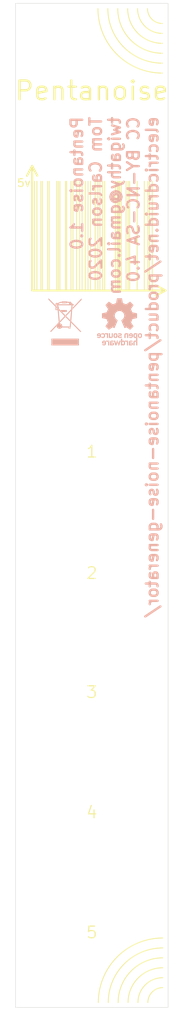
<source format=kicad_pcb>
(kicad_pcb (version 20171130) (host pcbnew "(5.1.4)-1")

  (general
    (thickness 1.6)
    (drawings 62)
    (tracks 0)
    (zones 0)
    (modules 9)
    (nets 1)
  )

  (page A4)
  (layers
    (0 F.Cu signal)
    (31 B.Cu signal)
    (32 B.Adhes user)
    (33 F.Adhes user)
    (34 B.Paste user)
    (35 F.Paste user)
    (36 B.SilkS user)
    (37 F.SilkS user)
    (38 B.Mask user)
    (39 F.Mask user)
    (40 Dwgs.User user)
    (41 Cmts.User user)
    (42 Eco1.User user)
    (43 Eco2.User user)
    (44 Edge.Cuts user)
    (45 Margin user)
    (46 B.CrtYd user)
    (47 F.CrtYd user)
    (48 B.Fab user)
    (49 F.Fab user)
  )

  (setup
    (last_trace_width 0.25)
    (trace_clearance 0.2)
    (zone_clearance 0.508)
    (zone_45_only no)
    (trace_min 0.2)
    (via_size 0.8)
    (via_drill 0.4)
    (via_min_size 0.4)
    (via_min_drill 0.3)
    (uvia_size 0.3)
    (uvia_drill 0.1)
    (uvias_allowed no)
    (uvia_min_size 0.2)
    (uvia_min_drill 0.1)
    (edge_width 0.05)
    (segment_width 0.2)
    (pcb_text_width 0.3)
    (pcb_text_size 1.5 1.5)
    (mod_edge_width 0.12)
    (mod_text_size 1 1)
    (mod_text_width 0.15)
    (pad_size 1.524 1.524)
    (pad_drill 0.762)
    (pad_to_mask_clearance 0.051)
    (solder_mask_min_width 0.25)
    (aux_axis_origin 0 0)
    (visible_elements 7FFFFFFF)
    (pcbplotparams
      (layerselection 0x010fc_ffffffff)
      (usegerberextensions false)
      (usegerberattributes false)
      (usegerberadvancedattributes false)
      (creategerberjobfile false)
      (excludeedgelayer true)
      (linewidth 0.100000)
      (plotframeref false)
      (viasonmask false)
      (mode 1)
      (useauxorigin false)
      (hpglpennumber 1)
      (hpglpenspeed 20)
      (hpglpendiameter 15.000000)
      (psnegative false)
      (psa4output false)
      (plotreference true)
      (plotvalue true)
      (plotinvisibletext false)
      (padsonsilk false)
      (subtractmaskfromsilk false)
      (outputformat 1)
      (mirror false)
      (drillshape 1)
      (scaleselection 1)
      (outputdirectory ""))
  )

  (net 0 "")

  (net_class Default "This is the default net class."
    (clearance 0.2)
    (trace_width 0.25)
    (via_dia 0.8)
    (via_drill 0.4)
    (uvia_dia 0.3)
    (uvia_drill 0.1)
  )

  (net_class Power ""
    (clearance 0.2)
    (trace_width 0.5)
    (via_dia 0.8)
    (via_drill 0.4)
    (uvia_dia 0.3)
    (uvia_drill 0.1)
  )

  (module Symbol:WEEE-Logo_4.2x6mm_SilkScreen (layer B.Cu) (tedit 0) (tstamp 601FEA8D)
    (at 140.589 73.66 180)
    (descr "Waste Electrical and Electronic Equipment Directive")
    (tags "Logo WEEE")
    (path /60041A75)
    (attr virtual)
    (fp_text reference J26 (at 0 0) (layer B.SilkS) hide
      (effects (font (size 1 1) (thickness 0.15)) (justify mirror))
    )
    (fp_text value WEEE (at 0.75 0) (layer B.Fab) hide
      (effects (font (size 1 1) (thickness 0.15)) (justify mirror))
    )
    (fp_poly (pts (xy 1.747822 -3.017822) (xy -1.772971 -3.017822) (xy -1.772971 -2.150198) (xy 1.747822 -2.150198)
      (xy 1.747822 -3.017822)) (layer B.SilkS) (width 0.01))
    (fp_poly (pts (xy 2.12443 2.935152) (xy 2.123811 2.848069) (xy 1.672086 2.389109) (xy 1.220361 1.930148)
      (xy 1.220032 1.719529) (xy 1.219703 1.508911) (xy 0.94461 1.508911) (xy 0.937522 1.45547)
      (xy 0.934838 1.431112) (xy 0.930313 1.385241) (xy 0.924191 1.320595) (xy 0.916712 1.239909)
      (xy 0.908119 1.145919) (xy 0.898654 1.041363) (xy 0.888558 0.928975) (xy 0.878074 0.811493)
      (xy 0.867444 0.691652) (xy 0.856909 0.572189) (xy 0.846713 0.455841) (xy 0.837095 0.345343)
      (xy 0.8283 0.243431) (xy 0.820568 0.152842) (xy 0.814142 0.076313) (xy 0.809263 0.016579)
      (xy 0.806175 -0.023624) (xy 0.805117 -0.041559) (xy 0.805118 -0.041644) (xy 0.812827 -0.056035)
      (xy 0.835981 -0.085748) (xy 0.874895 -0.131131) (xy 0.929884 -0.192529) (xy 1.001264 -0.270288)
      (xy 1.089349 -0.364754) (xy 1.194454 -0.476272) (xy 1.316895 -0.605188) (xy 1.35131 -0.641287)
      (xy 1.897137 -1.213416) (xy 1.808881 -1.301436) (xy 1.737485 -1.223758) (xy 1.711366 -1.195686)
      (xy 1.670566 -1.152274) (xy 1.617777 -1.096366) (xy 1.555691 -1.030808) (xy 1.487 -0.958441)
      (xy 1.414396 -0.882112) (xy 1.37096 -0.836524) (xy 1.289416 -0.751119) (xy 1.223504 -0.68271)
      (xy 1.171544 -0.630053) (xy 1.131855 -0.591905) (xy 1.102757 -0.56702) (xy 1.082569 -0.554156)
      (xy 1.06961 -0.552068) (xy 1.0622 -0.559513) (xy 1.058658 -0.575246) (xy 1.057303 -0.598023)
      (xy 1.057121 -0.604239) (xy 1.047703 -0.647061) (xy 1.024497 -0.698819) (xy 0.992136 -0.751328)
      (xy 0.955252 -0.796403) (xy 0.940493 -0.810328) (xy 0.864767 -0.859047) (xy 0.776308 -0.886306)
      (xy 0.6981 -0.892773) (xy 0.609468 -0.880576) (xy 0.527612 -0.844813) (xy 0.455164 -0.786722)
      (xy 0.441797 -0.772262) (xy 0.392918 -0.716733) (xy -0.452674 -0.716733) (xy -0.452674 -0.892773)
      (xy -0.67901 -0.892773) (xy -0.67901 -0.810531) (xy -0.68185 -0.754386) (xy -0.691393 -0.715416)
      (xy -0.702991 -0.694219) (xy -0.711277 -0.679052) (xy -0.718373 -0.657062) (xy -0.724748 -0.624987)
      (xy -0.730872 -0.579569) (xy -0.737216 -0.517548) (xy -0.74425 -0.435662) (xy -0.749066 -0.374746)
      (xy -0.771161 -0.089343) (xy -1.313565 -0.638805) (xy -1.411637 -0.738228) (xy -1.505784 -0.833815)
      (xy -1.594285 -0.92381) (xy -1.67542 -1.006457) (xy -1.747469 -1.080001) (xy -1.808712 -1.142684)
      (xy -1.857427 -1.192752) (xy -1.891896 -1.228448) (xy -1.910379 -1.247995) (xy -1.940743 -1.278944)
      (xy -1.966071 -1.30053) (xy -1.979695 -1.307723) (xy -1.997095 -1.299297) (xy -2.02246 -1.278245)
      (xy -2.031058 -1.269671) (xy -2.067514 -1.23162) (xy -1.866802 -1.027658) (xy -1.815596 -0.975699)
      (xy -1.749569 -0.90882) (xy -1.671618 -0.82995) (xy -1.584638 -0.742014) (xy -1.491526 -0.647941)
      (xy -1.395179 -0.550658) (xy -1.298492 -0.453093) (xy -1.229134 -0.383145) (xy -1.123703 -0.27655)
      (xy -1.035129 -0.186307) (xy -0.962281 -0.111192) (xy -0.904023 -0.049986) (xy -0.859225 -0.001466)
      (xy -0.837021 0.023871) (xy -0.658724 0.023871) (xy -0.636401 -0.261555) (xy -0.629669 -0.345219)
      (xy -0.623157 -0.421727) (xy -0.617234 -0.487081) (xy -0.612268 -0.537281) (xy -0.608629 -0.568329)
      (xy -0.607458 -0.575273) (xy -0.600838 -0.603565) (xy 0.348636 -0.603565) (xy 0.354974 -0.524606)
      (xy 0.37411 -0.431315) (xy 0.414154 -0.348791) (xy 0.472582 -0.280038) (xy 0.546871 -0.228063)
      (xy 0.630252 -0.196863) (xy 0.657302 -0.182228) (xy 0.670844 -0.150819) (xy 0.671128 -0.149434)
      (xy 0.672753 -0.136174) (xy 0.670744 -0.122595) (xy 0.663142 -0.106181) (xy 0.647984 -0.084411)
      (xy 0.623312 -0.054767) (xy 0.587164 -0.014732) (xy 0.53758 0.038215) (xy 0.472599 0.106591)
      (xy 0.468401 0.110995) (xy 0.398507 0.184389) (xy 0.3242 0.262563) (xy 0.250586 0.340136)
      (xy 0.182771 0.411725) (xy 0.12586 0.471949) (xy 0.113168 0.485413) (xy 0.064513 0.53618)
      (xy 0.021291 0.579625) (xy -0.013395 0.612759) (xy -0.036444 0.632595) (xy -0.044182 0.636954)
      (xy -0.055722 0.62783) (xy -0.08271 0.6028) (xy -0.123021 0.563948) (xy -0.174529 0.513357)
      (xy -0.235109 0.453112) (xy -0.302636 0.385296) (xy -0.357826 0.329435) (xy -0.658724 0.023871)
      (xy -0.837021 0.023871) (xy -0.826751 0.035589) (xy -0.805471 0.062401) (xy -0.794251 0.080192)
      (xy -0.791754 0.08843) (xy -0.7927 0.10641) (xy -0.795573 0.147108) (xy -0.800187 0.208181)
      (xy -0.806358 0.287287) (xy -0.813898 0.382086) (xy -0.822621 0.490233) (xy -0.832343 0.609388)
      (xy -0.842876 0.737209) (xy -0.851365 0.839365) (xy -0.899396 1.415326) (xy -0.775805 1.415326)
      (xy -0.775273 1.402896) (xy -0.772769 1.36789) (xy -0.768496 1.312785) (xy -0.762653 1.240057)
      (xy -0.755443 1.152186) (xy -0.747066 1.051649) (xy -0.737723 0.940923) (xy -0.728758 0.835795)
      (xy -0.718602 0.716517) (xy -0.709142 0.60392) (xy -0.700596 0.500695) (xy -0.693179 0.409527)
      (xy -0.687108 0.333105) (xy -0.682601 0.274117) (xy -0.679873 0.235251) (xy -0.679116 0.220156)
      (xy -0.677935 0.210762) (xy -0.673256 0.207034) (xy -0.663276 0.210529) (xy -0.64619 0.222801)
      (xy -0.620196 0.245406) (xy -0.58349 0.2799) (xy -0.534267 0.327838) (xy -0.470726 0.390776)
      (xy -0.403305 0.458032) (xy -0.127601 0.733523) (xy -0.129533 0.735594) (xy 0.05271 0.735594)
      (xy 0.061016 0.72422) (xy 0.084267 0.697437) (xy 0.120135 0.657708) (xy 0.166287 0.607493)
      (xy 0.220394 0.549254) (xy 0.280126 0.485453) (xy 0.343152 0.418551) (xy 0.407142 0.35101)
      (xy 0.469764 0.28529) (xy 0.52869 0.223854) (xy 0.581588 0.169163) (xy 0.626128 0.123678)
      (xy 0.65998 0.089862) (xy 0.680812 0.070174) (xy 0.686494 0.066163) (xy 0.688366 0.079109)
      (xy 0.692254 0.114866) (xy 0.697943 0.171196) (xy 0.705219 0.24586) (xy 0.713869 0.33662)
      (xy 0.723678 0.441238) (xy 0.734434 0.557474) (xy 0.745921 0.683092) (xy 0.755093 0.784382)
      (xy 0.766826 0.915721) (xy 0.777665 1.039448) (xy 0.78743 1.153319) (xy 0.795937 1.255089)
      (xy 0.803005 1.342513) (xy 0.808451 1.413347) (xy 0.812092 1.465347) (xy 0.813747 1.496268)
      (xy 0.813558 1.504297) (xy 0.803666 1.497146) (xy 0.778476 1.474159) (xy 0.74019 1.437561)
      (xy 0.691011 1.389578) (xy 0.633139 1.332434) (xy 0.568778 1.268353) (xy 0.500129 1.199562)
      (xy 0.429395 1.128284) (xy 0.358778 1.056745) (xy 0.29048 0.98717) (xy 0.226704 0.921783)
      (xy 0.16965 0.862809) (xy 0.121522 0.812473) (xy 0.084522 0.773001) (xy 0.060852 0.746617)
      (xy 0.05271 0.735594) (xy -0.129533 0.735594) (xy -0.230409 0.843705) (xy -0.282768 0.899623)
      (xy -0.341535 0.962052) (xy -0.404385 1.028557) (xy -0.468995 1.096702) (xy -0.533042 1.164052)
      (xy -0.594203 1.228172) (xy -0.650153 1.286628) (xy -0.69857 1.336982) (xy -0.73713 1.376802)
      (xy -0.763509 1.40365) (xy -0.775384 1.415092) (xy -0.775805 1.415326) (xy -0.899396 1.415326)
      (xy -0.911401 1.559274) (xy -1.511938 2.190842) (xy -2.112475 2.822411) (xy -2.112034 2.910685)
      (xy -2.111592 2.99896) (xy -2.014583 2.895334) (xy -1.960291 2.837537) (xy -1.896192 2.769632)
      (xy -1.824016 2.693428) (xy -1.745492 2.610731) (xy -1.662349 2.523347) (xy -1.576319 2.433085)
      (xy -1.48913 2.34175) (xy -1.402513 2.251151) (xy -1.318197 2.163093) (xy -1.237912 2.079385)
      (xy -1.163387 2.001833) (xy -1.096354 1.932243) (xy -1.038541 1.872424) (xy -0.991679 1.824182)
      (xy -0.957496 1.789324) (xy -0.937724 1.769657) (xy -0.93339 1.765884) (xy -0.933092 1.779008)
      (xy -0.934731 1.812611) (xy -0.938023 1.86212) (xy -0.942682 1.922963) (xy -0.944682 1.947268)
      (xy -0.959577 2.125049) (xy -0.842955 2.125049) (xy -0.836934 2.096757) (xy -0.833863 2.074382)
      (xy -0.829548 2.032283) (xy -0.824488 1.975822) (xy -0.819181 1.910365) (xy -0.817344 1.886138)
      (xy -0.811927 1.816579) (xy -0.806459 1.751982) (xy -0.801488 1.698452) (xy -0.797561 1.66209)
      (xy -0.796675 1.655491) (xy -0.793334 1.641944) (xy -0.786101 1.626086) (xy -0.77344 1.606139)
      (xy -0.753811 1.580327) (xy -0.725678 1.546871) (xy -0.687502 1.503993) (xy -0.637746 1.449917)
      (xy -0.574871 1.382864) (xy -0.497341 1.301057) (xy -0.418251 1.21805) (xy -0.339564 1.135906)
      (xy -0.266112 1.059831) (xy -0.199724 0.991675) (xy -0.142227 0.933288) (xy -0.095451 0.886519)
      (xy -0.061224 0.853218) (xy -0.041373 0.835233) (xy -0.03714 0.832558) (xy -0.026003 0.842259)
      (xy 0.000029 0.867559) (xy 0.03843 0.905918) (xy 0.086672 0.9548) (xy 0.14223 1.011666)
      (xy 0.182408 1.053094) (xy 0.392169 1.27) (xy -0.226337 1.27) (xy -0.226337 1.508911)
      (xy 0.528119 1.508911) (xy 0.528119 1.402458) (xy 0.666435 1.540346) (xy 0.764553 1.63816)
      (xy 0.955643 1.63816) (xy 0.957471 1.62273) (xy 0.966723 1.614133) (xy 0.98905 1.610387)
      (xy 1.030105 1.609511) (xy 1.037376 1.609505) (xy 1.119109 1.609505) (xy 1.119109 1.828828)
      (xy 1.037376 1.747821) (xy 0.99127 1.698572) (xy 0.963694 1.660841) (xy 0.955643 1.63816)
      (xy 0.764553 1.63816) (xy 0.804752 1.678234) (xy 0.804752 1.801048) (xy 0.805137 1.85755)
      (xy 0.8069 1.893495) (xy 0.81095 1.91347) (xy 0.818199 1.922063) (xy 0.82913 1.923861)
      (xy 0.841288 1.926502) (xy 0.850273 1.937088) (xy 0.857174 1.959619) (xy 0.863076 1.998091)
      (xy 0.869065 2.056502) (xy 0.870987 2.077896) (xy 0.875148 2.125049) (xy -0.842955 2.125049)
      (xy -0.959577 2.125049) (xy -1.119109 2.125049) (xy -1.119109 2.238218) (xy -1.051314 2.238218)
      (xy -1.011662 2.239304) (xy -0.990116 2.244546) (xy -0.98748 2.247666) (xy -0.848616 2.247666)
      (xy -0.841308 2.240538) (xy -0.815993 2.238338) (xy -0.798908 2.238218) (xy -0.741881 2.238218)
      (xy -0.529221 2.238218) (xy 0.885302 2.238218) (xy 0.837458 2.287214) (xy 0.76315 2.347676)
      (xy 0.671184 2.394309) (xy 0.560002 2.427751) (xy 0.449529 2.446247) (xy 0.377227 2.454878)
      (xy 0.377227 2.36396) (xy -0.201188 2.36396) (xy -0.201188 2.467107) (xy -0.286065 2.458504)
      (xy -0.345368 2.451244) (xy -0.408551 2.441621) (xy -0.446386 2.434748) (xy -0.521832 2.419593)
      (xy -0.525526 2.328905) (xy -0.529221 2.238218) (xy -0.741881 2.238218) (xy -0.741881 2.288515)
      (xy -0.743544 2.320024) (xy -0.747697 2.337537) (xy -0.749371 2.338812) (xy -0.767987 2.330746)
      (xy -0.795183 2.31118) (xy -0.822448 2.287056) (xy -0.841267 2.265318) (xy -0.842943 2.262492)
      (xy -0.848616 2.247666) (xy -0.98748 2.247666) (xy -0.979662 2.256919) (xy -0.975442 2.270396)
      (xy -0.958219 2.305373) (xy -0.925138 2.347421) (xy -0.881893 2.390644) (xy -0.834174 2.429146)
      (xy -0.80283 2.449199) (xy -0.767123 2.471149) (xy -0.748819 2.489589) (xy -0.742388 2.511332)
      (xy -0.741894 2.524282) (xy -0.741894 2.527425) (xy -0.100594 2.527425) (xy -0.100594 2.464554)
      (xy 0.276633 2.464554) (xy 0.276633 2.527425) (xy -0.100594 2.527425) (xy -0.741894 2.527425)
      (xy -0.741881 2.565148) (xy -0.636048 2.565148) (xy -0.587355 2.563971) (xy -0.549405 2.560835)
      (xy -0.528308 2.556329) (xy -0.526023 2.554505) (xy -0.512641 2.551705) (xy -0.480074 2.552852)
      (xy -0.433916 2.557607) (xy -0.402376 2.561997) (xy -0.345188 2.570622) (xy -0.292886 2.578409)
      (xy -0.253582 2.584153) (xy -0.242055 2.585785) (xy -0.211937 2.595112) (xy -0.201188 2.609728)
      (xy -0.19792 2.61568) (xy -0.18623 2.620222) (xy -0.163288 2.62353) (xy -0.126265 2.625785)
      (xy -0.072332 2.627166) (xy 0.00134 2.62785) (xy 0.08802 2.62802) (xy 0.180529 2.627923)
      (xy 0.250906 2.62747) (xy 0.302164 2.62641) (xy 0.33732 2.624497) (xy 0.359389 2.621481)
      (xy 0.371385 2.617115) (xy 0.376324 2.611151) (xy 0.377227 2.604216) (xy 0.384921 2.582205)
      (xy 0.410121 2.569679) (xy 0.456009 2.565212) (xy 0.464264 2.565148) (xy 0.541973 2.557132)
      (xy 0.630233 2.535064) (xy 0.721085 2.501916) (xy 0.80657 2.460661) (xy 0.878726 2.414269)
      (xy 0.888072 2.406918) (xy 0.918533 2.383002) (xy 0.936572 2.373424) (xy 0.949169 2.37652)
      (xy 0.9621 2.389296) (xy 1.000293 2.414322) (xy 1.049998 2.423929) (xy 1.103524 2.418933)
      (xy 1.153178 2.400149) (xy 1.191267 2.368394) (xy 1.194025 2.364703) (xy 1.222526 2.305425)
      (xy 1.227828 2.244066) (xy 1.210518 2.185573) (xy 1.17118 2.134896) (xy 1.16637 2.130711)
      (xy 1.13844 2.110833) (xy 1.110102 2.102079) (xy 1.070263 2.101447) (xy 1.060311 2.102008)
      (xy 1.021332 2.103438) (xy 1.001254 2.100161) (xy 0.993985 2.090272) (xy 0.99324 2.081039)
      (xy 0.991716 2.054256) (xy 0.987935 2.013975) (xy 0.985218 1.989876) (xy 0.981277 1.951599)
      (xy 0.982916 1.932004) (xy 0.992421 1.924842) (xy 1.009351 1.923861) (xy 1.019392 1.927099)
      (xy 1.03559 1.93758) (xy 1.059145 1.956452) (xy 1.091257 1.984865) (xy 1.133128 2.023965)
      (xy 1.185957 2.074903) (xy 1.250945 2.138827) (xy 1.329291 2.216886) (xy 1.422197 2.310228)
      (xy 1.530863 2.420002) (xy 1.583231 2.473048) (xy 2.125049 3.022233) (xy 2.12443 2.935152)) (layer B.SilkS) (width 0.01))
  )

  (module Symbol:OSHW-Logo_5.7x6mm_SilkScreen (layer B.Cu) (tedit 0) (tstamp 601FEA78)
    (at 147.574 73.66 180)
    (descr "Open Source Hardware Logo")
    (tags "Logo OSHW")
    (path /600400DA)
    (attr virtual)
    (fp_text reference J27 (at 0 0) (layer B.SilkS) hide
      (effects (font (size 1 1) (thickness 0.15)) (justify mirror))
    )
    (fp_text value OSHW (at 0.75 0) (layer B.Fab) hide
      (effects (font (size 1 1) (thickness 0.15)) (justify mirror))
    )
    (fp_poly (pts (xy -1.908759 -1.469184) (xy -1.882247 -1.482282) (xy -1.849553 -1.505106) (xy -1.825725 -1.529996)
      (xy -1.809406 -1.561249) (xy -1.79924 -1.603166) (xy -1.793872 -1.660044) (xy -1.791944 -1.736184)
      (xy -1.791831 -1.768917) (xy -1.792161 -1.840656) (xy -1.793527 -1.891927) (xy -1.7965 -1.927404)
      (xy -1.801649 -1.951763) (xy -1.809543 -1.96968) (xy -1.817757 -1.981902) (xy -1.870187 -2.033905)
      (xy -1.93193 -2.065184) (xy -1.998536 -2.074592) (xy -2.065558 -2.06098) (xy -2.086792 -2.051354)
      (xy -2.137624 -2.024859) (xy -2.137624 -2.440052) (xy -2.100525 -2.420868) (xy -2.051643 -2.406025)
      (xy -1.991561 -2.402222) (xy -1.931564 -2.409243) (xy -1.886256 -2.425013) (xy -1.848675 -2.455047)
      (xy -1.816564 -2.498024) (xy -1.81415 -2.502436) (xy -1.803967 -2.523221) (xy -1.79653 -2.54417)
      (xy -1.791411 -2.569548) (xy -1.788181 -2.603618) (xy -1.786413 -2.650641) (xy -1.785677 -2.714882)
      (xy -1.785544 -2.787176) (xy -1.785544 -3.017822) (xy -1.923861 -3.017822) (xy -1.923861 -2.592533)
      (xy -1.962549 -2.559979) (xy -2.002738 -2.53394) (xy -2.040797 -2.529205) (xy -2.079066 -2.541389)
      (xy -2.099462 -2.55332) (xy -2.114642 -2.570313) (xy -2.125438 -2.595995) (xy -2.132683 -2.633991)
      (xy -2.137208 -2.687926) (xy -2.139844 -2.761425) (xy -2.140772 -2.810347) (xy -2.143911 -3.011535)
      (xy -2.209926 -3.015336) (xy -2.27594 -3.019136) (xy -2.27594 -1.77065) (xy -2.137624 -1.77065)
      (xy -2.134097 -1.840254) (xy -2.122215 -1.888569) (xy -2.10002 -1.918631) (xy -2.065559 -1.933471)
      (xy -2.030742 -1.936436) (xy -1.991329 -1.933028) (xy -1.965171 -1.919617) (xy -1.948814 -1.901896)
      (xy -1.935937 -1.882835) (xy -1.928272 -1.861601) (xy -1.924861 -1.831849) (xy -1.924749 -1.787236)
      (xy -1.925897 -1.74988) (xy -1.928532 -1.693604) (xy -1.932456 -1.656658) (xy -1.939063 -1.633223)
      (xy -1.949749 -1.61748) (xy -1.959833 -1.60838) (xy -2.00197 -1.588537) (xy -2.05184 -1.585332)
      (xy -2.080476 -1.592168) (xy -2.108828 -1.616464) (xy -2.127609 -1.663728) (xy -2.136712 -1.733624)
      (xy -2.137624 -1.77065) (xy -2.27594 -1.77065) (xy -2.27594 -1.458614) (xy -2.206782 -1.458614)
      (xy -2.16526 -1.460256) (xy -2.143838 -1.466087) (xy -2.137626 -1.477461) (xy -2.137624 -1.477798)
      (xy -2.134742 -1.488938) (xy -2.12203 -1.487673) (xy -2.096757 -1.475433) (xy -2.037869 -1.456707)
      (xy -1.971615 -1.454739) (xy -1.908759 -1.469184)) (layer B.SilkS) (width 0.01))
    (fp_poly (pts (xy -1.38421 -2.406555) (xy -1.325055 -2.422339) (xy -1.280023 -2.450948) (xy -1.248246 -2.488419)
      (xy -1.238366 -2.504411) (xy -1.231073 -2.521163) (xy -1.225974 -2.542592) (xy -1.222679 -2.572616)
      (xy -1.220797 -2.615154) (xy -1.219937 -2.674122) (xy -1.219707 -2.75344) (xy -1.219703 -2.774484)
      (xy -1.219703 -3.017822) (xy -1.280059 -3.017822) (xy -1.318557 -3.015126) (xy -1.347023 -3.008295)
      (xy -1.354155 -3.004083) (xy -1.373652 -2.996813) (xy -1.393566 -3.004083) (xy -1.426353 -3.01316)
      (xy -1.473978 -3.016813) (xy -1.526764 -3.015228) (xy -1.575036 -3.008589) (xy -1.603218 -3.000072)
      (xy -1.657753 -2.965063) (xy -1.691835 -2.916479) (xy -1.707157 -2.851882) (xy -1.707299 -2.850223)
      (xy -1.705955 -2.821566) (xy -1.584356 -2.821566) (xy -1.573726 -2.854161) (xy -1.55641 -2.872505)
      (xy -1.521652 -2.886379) (xy -1.475773 -2.891917) (xy -1.428988 -2.889191) (xy -1.391514 -2.878274)
      (xy -1.381015 -2.871269) (xy -1.362668 -2.838904) (xy -1.35802 -2.802111) (xy -1.35802 -2.753763)
      (xy -1.427582 -2.753763) (xy -1.493667 -2.75885) (xy -1.543764 -2.773263) (xy -1.574929 -2.795729)
      (xy -1.584356 -2.821566) (xy -1.705955 -2.821566) (xy -1.703987 -2.779647) (xy -1.68071 -2.723845)
      (xy -1.636948 -2.681647) (xy -1.630899 -2.677808) (xy -1.604907 -2.665309) (xy -1.572735 -2.65774)
      (xy -1.52776 -2.654061) (xy -1.474331 -2.653216) (xy -1.35802 -2.653169) (xy -1.35802 -2.604411)
      (xy -1.362953 -2.566581) (xy -1.375543 -2.541236) (xy -1.377017 -2.539887) (xy -1.405034 -2.5288)
      (xy -1.447326 -2.524503) (xy -1.494064 -2.526615) (xy -1.535418 -2.534756) (xy -1.559957 -2.546965)
      (xy -1.573253 -2.556746) (xy -1.587294 -2.558613) (xy -1.606671 -2.5506) (xy -1.635976 -2.530739)
      (xy -1.679803 -2.497063) (xy -1.683825 -2.493909) (xy -1.681764 -2.482236) (xy -1.664568 -2.462822)
      (xy -1.638433 -2.441248) (xy -1.609552 -2.423096) (xy -1.600478 -2.418809) (xy -1.56738 -2.410256)
      (xy -1.51888 -2.404155) (xy -1.464695 -2.401708) (xy -1.462161 -2.401703) (xy -1.38421 -2.406555)) (layer B.SilkS) (width 0.01))
    (fp_poly (pts (xy -0.993356 -2.40302) (xy -0.974539 -2.40866) (xy -0.968473 -2.421053) (xy -0.968218 -2.426647)
      (xy -0.967129 -2.44223) (xy -0.959632 -2.444676) (xy -0.939381 -2.433993) (xy -0.927351 -2.426694)
      (xy -0.8894 -2.411063) (xy -0.844072 -2.403334) (xy -0.796544 -2.40274) (xy -0.751995 -2.408513)
      (xy -0.715602 -2.419884) (xy -0.692543 -2.436088) (xy -0.687996 -2.456355) (xy -0.690291 -2.461843)
      (xy -0.70702 -2.484626) (xy -0.732963 -2.512647) (xy -0.737655 -2.517177) (xy -0.762383 -2.538005)
      (xy -0.783718 -2.544735) (xy -0.813555 -2.540038) (xy -0.825508 -2.536917) (xy -0.862705 -2.529421)
      (xy -0.888859 -2.532792) (xy -0.910946 -2.544681) (xy -0.931178 -2.560635) (xy -0.946079 -2.5807)
      (xy -0.956434 -2.608702) (xy -0.963029 -2.648467) (xy -0.966649 -2.703823) (xy -0.968078 -2.778594)
      (xy -0.968218 -2.82374) (xy -0.968218 -3.017822) (xy -1.09396 -3.017822) (xy -1.09396 -2.401683)
      (xy -1.031089 -2.401683) (xy -0.993356 -2.40302)) (layer B.SilkS) (width 0.01))
    (fp_poly (pts (xy -0.201188 -3.017822) (xy -0.270346 -3.017822) (xy -0.310488 -3.016645) (xy -0.331394 -3.011772)
      (xy -0.338922 -3.001186) (xy -0.339505 -2.994029) (xy -0.340774 -2.979676) (xy -0.348779 -2.976923)
      (xy -0.369815 -2.985771) (xy -0.386173 -2.994029) (xy -0.448977 -3.013597) (xy -0.517248 -3.014729)
      (xy -0.572752 -3.000135) (xy -0.624438 -2.964877) (xy -0.663838 -2.912835) (xy -0.685413 -2.85145)
      (xy -0.685962 -2.848018) (xy -0.689167 -2.810571) (xy -0.690761 -2.756813) (xy -0.690633 -2.716155)
      (xy -0.553279 -2.716155) (xy -0.550097 -2.770194) (xy -0.542859 -2.814735) (xy -0.53306 -2.839888)
      (xy -0.495989 -2.87426) (xy -0.451974 -2.886582) (xy -0.406584 -2.876618) (xy -0.367797 -2.846895)
      (xy -0.353108 -2.826905) (xy -0.344519 -2.80305) (xy -0.340496 -2.76823) (xy -0.339505 -2.71593)
      (xy -0.341278 -2.664139) (xy -0.345963 -2.618634) (xy -0.352603 -2.588181) (xy -0.35371 -2.585452)
      (xy -0.380491 -2.553) (xy -0.419579 -2.535183) (xy -0.463315 -2.532306) (xy -0.504038 -2.544674)
      (xy -0.534087 -2.572593) (xy -0.537204 -2.578148) (xy -0.546961 -2.612022) (xy -0.552277 -2.660728)
      (xy -0.553279 -2.716155) (xy -0.690633 -2.716155) (xy -0.690568 -2.69554) (xy -0.689664 -2.662563)
      (xy -0.683514 -2.580981) (xy -0.670733 -2.51973) (xy -0.649471 -2.474449) (xy -0.617878 -2.440779)
      (xy -0.587207 -2.421014) (xy -0.544354 -2.40712) (xy -0.491056 -2.402354) (xy -0.43648 -2.406236)
      (xy -0.389792 -2.418282) (xy -0.365124 -2.432693) (xy -0.339505 -2.455878) (xy -0.339505 -2.162773)
      (xy -0.201188 -2.162773) (xy -0.201188 -3.017822)) (layer B.SilkS) (width 0.01))
    (fp_poly (pts (xy 0.281524 -2.404237) (xy 0.331255 -2.407971) (xy 0.461291 -2.797773) (xy 0.481678 -2.728614)
      (xy 0.493946 -2.685874) (xy 0.510085 -2.628115) (xy 0.527512 -2.564625) (xy 0.536726 -2.53057)
      (xy 0.571388 -2.401683) (xy 0.714391 -2.401683) (xy 0.671646 -2.536857) (xy 0.650596 -2.603342)
      (xy 0.625167 -2.683539) (xy 0.59861 -2.767193) (xy 0.574902 -2.841782) (xy 0.520902 -3.011535)
      (xy 0.462598 -3.015328) (xy 0.404295 -3.019122) (xy 0.372679 -2.914734) (xy 0.353182 -2.849889)
      (xy 0.331904 -2.7784) (xy 0.313308 -2.715263) (xy 0.312574 -2.71275) (xy 0.298684 -2.669969)
      (xy 0.286429 -2.640779) (xy 0.277846 -2.629741) (xy 0.276082 -2.631018) (xy 0.269891 -2.64813)
      (xy 0.258128 -2.684787) (xy 0.242225 -2.736378) (xy 0.223614 -2.798294) (xy 0.213543 -2.832352)
      (xy 0.159007 -3.017822) (xy 0.043264 -3.017822) (xy -0.049263 -2.725471) (xy -0.075256 -2.643462)
      (xy -0.098934 -2.568987) (xy -0.11918 -2.505544) (xy -0.134874 -2.456632) (xy -0.144898 -2.425749)
      (xy -0.147945 -2.416726) (xy -0.145533 -2.407487) (xy -0.126592 -2.403441) (xy -0.087177 -2.403846)
      (xy -0.081007 -2.404152) (xy -0.007914 -2.407971) (xy 0.039957 -2.58401) (xy 0.057553 -2.648211)
      (xy 0.073277 -2.704649) (xy 0.085746 -2.748422) (xy 0.093574 -2.77463) (xy 0.09502 -2.778903)
      (xy 0.101014 -2.77399) (xy 0.113101 -2.748532) (xy 0.129893 -2.705997) (xy 0.150003 -2.64985)
      (xy 0.167003 -2.59913) (xy 0.231794 -2.400504) (xy 0.281524 -2.404237)) (layer B.SilkS) (width 0.01))
    (fp_poly (pts (xy 1.038411 -2.405417) (xy 1.091411 -2.41829) (xy 1.106731 -2.42511) (xy 1.136428 -2.442974)
      (xy 1.15922 -2.463093) (xy 1.176083 -2.488962) (xy 1.187998 -2.524073) (xy 1.195942 -2.57192)
      (xy 1.200894 -2.635996) (xy 1.203831 -2.719794) (xy 1.204947 -2.775768) (xy 1.209052 -3.017822)
      (xy 1.138932 -3.017822) (xy 1.096393 -3.016038) (xy 1.074476 -3.009942) (xy 1.068812 -2.999706)
      (xy 1.065821 -2.988637) (xy 1.052451 -2.990754) (xy 1.034233 -2.999629) (xy 0.988624 -3.013233)
      (xy 0.930007 -3.016899) (xy 0.868354 -3.010903) (xy 0.813638 -2.995521) (xy 0.80873 -2.993386)
      (xy 0.758723 -2.958255) (xy 0.725756 -2.909419) (xy 0.710587 -2.852333) (xy 0.711746 -2.831824)
      (xy 0.835508 -2.831824) (xy 0.846413 -2.859425) (xy 0.878745 -2.879204) (xy 0.93091 -2.889819)
      (xy 0.958787 -2.891228) (xy 1.005247 -2.88762) (xy 1.036129 -2.873597) (xy 1.043664 -2.866931)
      (xy 1.064076 -2.830666) (xy 1.068812 -2.797773) (xy 1.068812 -2.753763) (xy 1.007513 -2.753763)
      (xy 0.936256 -2.757395) (xy 0.886276 -2.768818) (xy 0.854696 -2.788824) (xy 0.847626 -2.797743)
      (xy 0.835508 -2.831824) (xy 0.711746 -2.831824) (xy 0.713971 -2.792456) (xy 0.736663 -2.735244)
      (xy 0.767624 -2.69658) (xy 0.786376 -2.679864) (xy 0.804733 -2.668878) (xy 0.828619 -2.66218)
      (xy 0.863957 -2.658326) (xy 0.916669 -2.655873) (xy 0.937577 -2.655168) (xy 1.068812 -2.650879)
      (xy 1.06862 -2.611158) (xy 1.063537 -2.569405) (xy 1.045162 -2.544158) (xy 1.008039 -2.52803)
      (xy 1.007043 -2.527742) (xy 0.95441 -2.5214) (xy 0.902906 -2.529684) (xy 0.86463 -2.549827)
      (xy 0.849272 -2.559773) (xy 0.83273 -2.558397) (xy 0.807275 -2.543987) (xy 0.792328 -2.533817)
      (xy 0.763091 -2.512088) (xy 0.74498 -2.4958) (xy 0.742074 -2.491137) (xy 0.75404 -2.467005)
      (xy 0.789396 -2.438185) (xy 0.804753 -2.428461) (xy 0.848901 -2.411714) (xy 0.908398 -2.402227)
      (xy 0.974487 -2.400095) (xy 1.038411 -2.405417)) (layer B.SilkS) (width 0.01))
    (fp_poly (pts (xy 1.635255 -2.401486) (xy 1.683595 -2.411015) (xy 1.711114 -2.425125) (xy 1.740064 -2.448568)
      (xy 1.698876 -2.500571) (xy 1.673482 -2.532064) (xy 1.656238 -2.547428) (xy 1.639102 -2.549776)
      (xy 1.614027 -2.542217) (xy 1.602257 -2.537941) (xy 1.55427 -2.531631) (xy 1.510324 -2.545156)
      (xy 1.47806 -2.57571) (xy 1.472819 -2.585452) (xy 1.467112 -2.611258) (xy 1.462706 -2.658817)
      (xy 1.459811 -2.724758) (xy 1.458631 -2.80571) (xy 1.458614 -2.817226) (xy 1.458614 -3.017822)
      (xy 1.320297 -3.017822) (xy 1.320297 -2.401683) (xy 1.389456 -2.401683) (xy 1.429333 -2.402725)
      (xy 1.450107 -2.407358) (xy 1.457789 -2.417849) (xy 1.458614 -2.427745) (xy 1.458614 -2.453806)
      (xy 1.491745 -2.427745) (xy 1.529735 -2.409965) (xy 1.58077 -2.401174) (xy 1.635255 -2.401486)) (layer B.SilkS) (width 0.01))
    (fp_poly (pts (xy 2.032581 -2.40497) (xy 2.092685 -2.420597) (xy 2.143021 -2.452848) (xy 2.167393 -2.47694)
      (xy 2.207345 -2.533895) (xy 2.230242 -2.599965) (xy 2.238108 -2.681182) (xy 2.238148 -2.687748)
      (xy 2.238218 -2.753763) (xy 1.858264 -2.753763) (xy 1.866363 -2.788342) (xy 1.880987 -2.819659)
      (xy 1.906581 -2.852291) (xy 1.911935 -2.8575) (xy 1.957943 -2.885694) (xy 2.01041 -2.890475)
      (xy 2.070803 -2.871926) (xy 2.08104 -2.866931) (xy 2.112439 -2.851745) (xy 2.13347 -2.843094)
      (xy 2.137139 -2.842293) (xy 2.149948 -2.850063) (xy 2.174378 -2.869072) (xy 2.186779 -2.87946)
      (xy 2.212476 -2.903321) (xy 2.220915 -2.919077) (xy 2.215058 -2.933571) (xy 2.211928 -2.937534)
      (xy 2.190725 -2.954879) (xy 2.155738 -2.975959) (xy 2.131337 -2.988265) (xy 2.062072 -3.009946)
      (xy 1.985388 -3.016971) (xy 1.912765 -3.008647) (xy 1.892426 -3.002686) (xy 1.829476 -2.968952)
      (xy 1.782815 -2.917045) (xy 1.752173 -2.846459) (xy 1.737282 -2.756692) (xy 1.735647 -2.709753)
      (xy 1.740421 -2.641413) (xy 1.86099 -2.641413) (xy 1.872652 -2.646465) (xy 1.903998 -2.650429)
      (xy 1.949571 -2.652768) (xy 1.980446 -2.653169) (xy 2.035981 -2.652783) (xy 2.071033 -2.650975)
      (xy 2.090262 -2.646773) (xy 2.09833 -2.639203) (xy 2.099901 -2.628218) (xy 2.089121 -2.594381)
      (xy 2.06198 -2.56094) (xy 2.026277 -2.535272) (xy 1.99056 -2.524772) (xy 1.942048 -2.534086)
      (xy 1.900053 -2.561013) (xy 1.870936 -2.599827) (xy 1.86099 -2.641413) (xy 1.740421 -2.641413)
      (xy 1.742599 -2.610236) (xy 1.764055 -2.530949) (xy 1.80047 -2.471263) (xy 1.852297 -2.430549)
      (xy 1.91999 -2.408179) (xy 1.956662 -2.403871) (xy 2.032581 -2.40497)) (layer B.SilkS) (width 0.01))
    (fp_poly (pts (xy -2.538261 -1.465148) (xy -2.472479 -1.494231) (xy -2.42254 -1.542793) (xy -2.388374 -1.610908)
      (xy -2.369907 -1.698651) (xy -2.368583 -1.712351) (xy -2.367546 -1.808939) (xy -2.380993 -1.893602)
      (xy -2.408108 -1.962221) (xy -2.422627 -1.984294) (xy -2.473201 -2.031011) (xy -2.537609 -2.061268)
      (xy -2.609666 -2.073824) (xy -2.683185 -2.067439) (xy -2.739072 -2.047772) (xy -2.787132 -2.014629)
      (xy -2.826412 -1.971175) (xy -2.827092 -1.970158) (xy -2.843044 -1.943338) (xy -2.85341 -1.916368)
      (xy -2.859688 -1.882332) (xy -2.863373 -1.83431) (xy -2.864997 -1.794931) (xy -2.865672 -1.759219)
      (xy -2.739955 -1.759219) (xy -2.738726 -1.79477) (xy -2.734266 -1.842094) (xy -2.726397 -1.872465)
      (xy -2.712207 -1.894072) (xy -2.698917 -1.906694) (xy -2.651802 -1.933122) (xy -2.602505 -1.936653)
      (xy -2.556593 -1.917639) (xy -2.533638 -1.896331) (xy -2.517096 -1.874859) (xy -2.507421 -1.854313)
      (xy -2.503174 -1.827574) (xy -2.50292 -1.787523) (xy -2.504228 -1.750638) (xy -2.507043 -1.697947)
      (xy -2.511505 -1.663772) (xy -2.519548 -1.64148) (xy -2.533103 -1.624442) (xy -2.543845 -1.614703)
      (xy -2.588777 -1.589123) (xy -2.637249 -1.587847) (xy -2.677894 -1.602999) (xy -2.712567 -1.634642)
      (xy -2.733224 -1.68662) (xy -2.739955 -1.759219) (xy -2.865672 -1.759219) (xy -2.866479 -1.716621)
      (xy -2.863948 -1.658056) (xy -2.856362 -1.614007) (xy -2.842681 -1.579248) (xy -2.821865 -1.548551)
      (xy -2.814147 -1.539436) (xy -2.765889 -1.494021) (xy -2.714128 -1.467493) (xy -2.650828 -1.456379)
      (xy -2.619961 -1.455471) (xy -2.538261 -1.465148)) (layer B.SilkS) (width 0.01))
    (fp_poly (pts (xy -1.356699 -1.472614) (xy -1.344168 -1.478514) (xy -1.300799 -1.510283) (xy -1.25979 -1.556646)
      (xy -1.229168 -1.607696) (xy -1.220459 -1.631166) (xy -1.212512 -1.673091) (xy -1.207774 -1.723757)
      (xy -1.207199 -1.744679) (xy -1.207129 -1.810693) (xy -1.587083 -1.810693) (xy -1.578983 -1.845273)
      (xy -1.559104 -1.88617) (xy -1.524347 -1.921514) (xy -1.482998 -1.944282) (xy -1.456649 -1.94901)
      (xy -1.420916 -1.943273) (xy -1.378282 -1.928882) (xy -1.363799 -1.922262) (xy -1.31024 -1.895513)
      (xy -1.264533 -1.930376) (xy -1.238158 -1.953955) (xy -1.224124 -1.973417) (xy -1.223414 -1.979129)
      (xy -1.235951 -1.992973) (xy -1.263428 -2.014012) (xy -1.288366 -2.030425) (xy -1.355664 -2.05993)
      (xy -1.43111 -2.073284) (xy -1.505888 -2.069812) (xy -1.565495 -2.051663) (xy -1.626941 -2.012784)
      (xy -1.670608 -1.961595) (xy -1.697926 -1.895367) (xy -1.710322 -1.811371) (xy -1.711421 -1.772936)
      (xy -1.707022 -1.684861) (xy -1.706482 -1.682299) (xy -1.580582 -1.682299) (xy -1.577115 -1.690558)
      (xy -1.562863 -1.695113) (xy -1.53347 -1.697065) (xy -1.484575 -1.697517) (xy -1.465748 -1.697525)
      (xy -1.408467 -1.696843) (xy -1.372141 -1.694364) (xy -1.352604 -1.689443) (xy -1.34569 -1.681434)
      (xy -1.345445 -1.678862) (xy -1.353336 -1.658423) (xy -1.373085 -1.629789) (xy -1.381575 -1.619763)
      (xy -1.413094 -1.591408) (xy -1.445949 -1.580259) (xy -1.463651 -1.579327) (xy -1.511539 -1.590981)
      (xy -1.551699 -1.622285) (xy -1.577173 -1.667752) (xy -1.577625 -1.669233) (xy -1.580582 -1.682299)
      (xy -1.706482 -1.682299) (xy -1.692392 -1.61551) (xy -1.666038 -1.560025) (xy -1.633807 -1.520639)
      (xy -1.574217 -1.477931) (xy -1.504168 -1.455109) (xy -1.429661 -1.453046) (xy -1.356699 -1.472614)) (layer B.SilkS) (width 0.01))
    (fp_poly (pts (xy 0.014017 -1.456452) (xy 0.061634 -1.465482) (xy 0.111034 -1.48437) (xy 0.116312 -1.486777)
      (xy 0.153774 -1.506476) (xy 0.179717 -1.524781) (xy 0.188103 -1.536508) (xy 0.180117 -1.555632)
      (xy 0.16072 -1.58385) (xy 0.15211 -1.594384) (xy 0.116628 -1.635847) (xy 0.070885 -1.608858)
      (xy 0.02735 -1.590878) (xy -0.02295 -1.581267) (xy -0.071188 -1.58066) (xy -0.108533 -1.589691)
      (xy -0.117495 -1.595327) (xy -0.134563 -1.621171) (xy -0.136637 -1.650941) (xy -0.123866 -1.674197)
      (xy -0.116312 -1.678708) (xy -0.093675 -1.684309) (xy -0.053885 -1.690892) (xy -0.004834 -1.697183)
      (xy 0.004215 -1.69817) (xy 0.082996 -1.711798) (xy 0.140136 -1.734946) (xy 0.17803 -1.769752)
      (xy 0.199079 -1.818354) (xy 0.205635 -1.877718) (xy 0.196577 -1.945198) (xy 0.167164 -1.998188)
      (xy 0.117278 -2.036783) (xy 0.0468 -2.061081) (xy -0.031435 -2.070667) (xy -0.095234 -2.070552)
      (xy -0.146984 -2.061845) (xy -0.182327 -2.049825) (xy -0.226983 -2.02888) (xy -0.268253 -2.004574)
      (xy -0.282921 -1.993876) (xy -0.320643 -1.963084) (xy -0.275148 -1.917049) (xy -0.229653 -1.871013)
      (xy -0.177928 -1.905243) (xy -0.126048 -1.930952) (xy -0.070649 -1.944399) (xy -0.017395 -1.945818)
      (xy 0.028049 -1.935443) (xy 0.060016 -1.913507) (xy 0.070338 -1.894998) (xy 0.068789 -1.865314)
      (xy 0.04314 -1.842615) (xy -0.00654 -1.82694) (xy -0.060969 -1.819695) (xy -0.144736 -1.805873)
      (xy -0.206967 -1.779796) (xy -0.248493 -1.740699) (xy -0.270147 -1.68782) (xy -0.273147 -1.625126)
      (xy -0.258329 -1.559642) (xy -0.224546 -1.510144) (xy -0.171495 -1.476408) (xy -0.098874 -1.458207)
      (xy -0.045072 -1.454639) (xy 0.014017 -1.456452)) (layer B.SilkS) (width 0.01))
    (fp_poly (pts (xy 0.610762 -1.466055) (xy 0.674363 -1.500692) (xy 0.724123 -1.555372) (xy 0.747568 -1.599842)
      (xy 0.757634 -1.639121) (xy 0.764156 -1.695116) (xy 0.766951 -1.759621) (xy 0.765836 -1.824429)
      (xy 0.760626 -1.881334) (xy 0.754541 -1.911727) (xy 0.734014 -1.953306) (xy 0.698463 -1.997468)
      (xy 0.655619 -2.036087) (xy 0.613211 -2.061034) (xy 0.612177 -2.06143) (xy 0.559553 -2.072331)
      (xy 0.497188 -2.072601) (xy 0.437924 -2.062676) (xy 0.41504 -2.054722) (xy 0.356102 -2.0213)
      (xy 0.31389 -1.977511) (xy 0.286156 -1.919538) (xy 0.270651 -1.843565) (xy 0.267143 -1.803771)
      (xy 0.26759 -1.753766) (xy 0.402376 -1.753766) (xy 0.406917 -1.826732) (xy 0.419986 -1.882334)
      (xy 0.440756 -1.917861) (xy 0.455552 -1.92802) (xy 0.493464 -1.935104) (xy 0.538527 -1.933007)
      (xy 0.577487 -1.922812) (xy 0.587704 -1.917204) (xy 0.614659 -1.884538) (xy 0.632451 -1.834545)
      (xy 0.640024 -1.773705) (xy 0.636325 -1.708497) (xy 0.628057 -1.669253) (xy 0.60432 -1.623805)
      (xy 0.566849 -1.595396) (xy 0.52172 -1.585573) (xy 0.475011 -1.595887) (xy 0.439132 -1.621112)
      (xy 0.420277 -1.641925) (xy 0.409272 -1.662439) (xy 0.404026 -1.690203) (xy 0.402449 -1.732762)
      (xy 0.402376 -1.753766) (xy 0.26759 -1.753766) (xy 0.268094 -1.69758) (xy 0.285388 -1.610501)
      (xy 0.319029 -1.54253) (xy 0.369018 -1.493664) (xy 0.435356 -1.463899) (xy 0.449601 -1.460448)
      (xy 0.53521 -1.452345) (xy 0.610762 -1.466055)) (layer B.SilkS) (width 0.01))
    (fp_poly (pts (xy 0.993367 -1.654342) (xy 0.994555 -1.746563) (xy 0.998897 -1.81661) (xy 1.007558 -1.867381)
      (xy 1.021704 -1.901772) (xy 1.0425 -1.922679) (xy 1.07111 -1.933) (xy 1.106535 -1.935636)
      (xy 1.143636 -1.932682) (xy 1.171818 -1.921889) (xy 1.192243 -1.90036) (xy 1.206079 -1.865199)
      (xy 1.214491 -1.81351) (xy 1.218643 -1.742394) (xy 1.219703 -1.654342) (xy 1.219703 -1.458614)
      (xy 1.35802 -1.458614) (xy 1.35802 -2.062179) (xy 1.288862 -2.062179) (xy 1.24717 -2.060489)
      (xy 1.225701 -2.054556) (xy 1.219703 -2.043293) (xy 1.216091 -2.033261) (xy 1.201714 -2.035383)
      (xy 1.172736 -2.04958) (xy 1.106319 -2.07148) (xy 1.035875 -2.069928) (xy 0.968377 -2.046147)
      (xy 0.936233 -2.027362) (xy 0.911715 -2.007022) (xy 0.893804 -1.981573) (xy 0.881479 -1.947458)
      (xy 0.873723 -1.901121) (xy 0.869516 -1.839007) (xy 0.86784 -1.757561) (xy 0.867624 -1.694578)
      (xy 0.867624 -1.458614) (xy 0.993367 -1.458614) (xy 0.993367 -1.654342)) (layer B.SilkS) (width 0.01))
    (fp_poly (pts (xy 2.217226 -1.46388) (xy 2.29008 -1.49483) (xy 2.313027 -1.509895) (xy 2.342354 -1.533048)
      (xy 2.360764 -1.551253) (xy 2.363961 -1.557183) (xy 2.354935 -1.57034) (xy 2.331837 -1.592667)
      (xy 2.313344 -1.60825) (xy 2.262728 -1.648926) (xy 2.22276 -1.615295) (xy 2.191874 -1.593584)
      (xy 2.161759 -1.58609) (xy 2.127292 -1.58792) (xy 2.072561 -1.601528) (xy 2.034886 -1.629772)
      (xy 2.011991 -1.675433) (xy 2.001597 -1.741289) (xy 2.001595 -1.741331) (xy 2.002494 -1.814939)
      (xy 2.016463 -1.868946) (xy 2.044328 -1.905716) (xy 2.063325 -1.918168) (xy 2.113776 -1.933673)
      (xy 2.167663 -1.933683) (xy 2.214546 -1.918638) (xy 2.225644 -1.911287) (xy 2.253476 -1.892511)
      (xy 2.275236 -1.889434) (xy 2.298704 -1.903409) (xy 2.324649 -1.92851) (xy 2.365716 -1.97088)
      (xy 2.320121 -2.008464) (xy 2.249674 -2.050882) (xy 2.170233 -2.071785) (xy 2.087215 -2.070272)
      (xy 2.032694 -2.056411) (xy 1.96897 -2.022135) (xy 1.918005 -1.968212) (xy 1.894851 -1.930149)
      (xy 1.876099 -1.875536) (xy 1.866715 -1.806369) (xy 1.866643 -1.731407) (xy 1.875824 -1.659409)
      (xy 1.894199 -1.599137) (xy 1.897093 -1.592958) (xy 1.939952 -1.532351) (xy 1.997979 -1.488224)
      (xy 2.066591 -1.461493) (xy 2.141201 -1.453073) (xy 2.217226 -1.46388)) (layer B.SilkS) (width 0.01))
    (fp_poly (pts (xy 2.677898 -1.456457) (xy 2.710096 -1.464279) (xy 2.771825 -1.492921) (xy 2.82461 -1.536667)
      (xy 2.861141 -1.589117) (xy 2.86616 -1.600893) (xy 2.873045 -1.63174) (xy 2.877864 -1.677371)
      (xy 2.879505 -1.723492) (xy 2.879505 -1.810693) (xy 2.697178 -1.810693) (xy 2.621979 -1.810978)
      (xy 2.569003 -1.812704) (xy 2.535325 -1.817181) (xy 2.51802 -1.82572) (xy 2.514163 -1.83963)
      (xy 2.520829 -1.860222) (xy 2.53277 -1.884315) (xy 2.56608 -1.924525) (xy 2.612368 -1.944558)
      (xy 2.668944 -1.943905) (xy 2.733031 -1.922101) (xy 2.788417 -1.895193) (xy 2.834375 -1.931532)
      (xy 2.880333 -1.967872) (xy 2.837096 -2.007819) (xy 2.779374 -2.045563) (xy 2.708386 -2.06832)
      (xy 2.632029 -2.074688) (xy 2.558199 -2.063268) (xy 2.546287 -2.059393) (xy 2.481399 -2.025506)
      (xy 2.43313 -1.974986) (xy 2.400465 -1.906325) (xy 2.382385 -1.818014) (xy 2.382175 -1.816121)
      (xy 2.380556 -1.719878) (xy 2.3871 -1.685542) (xy 2.514852 -1.685542) (xy 2.526584 -1.690822)
      (xy 2.558438 -1.694867) (xy 2.605397 -1.697176) (xy 2.635154 -1.697525) (xy 2.690648 -1.697306)
      (xy 2.725346 -1.695916) (xy 2.743601 -1.692251) (xy 2.749766 -1.68521) (xy 2.748195 -1.67369)
      (xy 2.746878 -1.669233) (xy 2.724382 -1.627355) (xy 2.689003 -1.593604) (xy 2.65778 -1.578773)
      (xy 2.616301 -1.579668) (xy 2.574269 -1.598164) (xy 2.539012 -1.628786) (xy 2.517854 -1.666062)
      (xy 2.514852 -1.685542) (xy 2.3871 -1.685542) (xy 2.39669 -1.635229) (xy 2.428698 -1.564191)
      (xy 2.474701 -1.508779) (xy 2.532821 -1.471009) (xy 2.60118 -1.452896) (xy 2.677898 -1.456457)) (layer B.SilkS) (width 0.01))
    (fp_poly (pts (xy -0.754012 -1.469002) (xy -0.722717 -1.48395) (xy -0.692409 -1.505541) (xy -0.669318 -1.530391)
      (xy -0.6525 -1.562087) (xy -0.641006 -1.604214) (xy -0.633891 -1.660358) (xy -0.630207 -1.734106)
      (xy -0.629008 -1.829044) (xy -0.628989 -1.838985) (xy -0.628713 -2.062179) (xy -0.76703 -2.062179)
      (xy -0.76703 -1.856418) (xy -0.767128 -1.780189) (xy -0.767809 -1.724939) (xy -0.769651 -1.686501)
      (xy -0.773233 -1.660706) (xy -0.779132 -1.643384) (xy -0.787927 -1.630368) (xy -0.80018 -1.617507)
      (xy -0.843047 -1.589873) (xy -0.889843 -1.584745) (xy -0.934424 -1.602217) (xy -0.949928 -1.615221)
      (xy -0.96131 -1.627447) (xy -0.969481 -1.64054) (xy -0.974974 -1.658615) (xy -0.97832 -1.685787)
      (xy -0.980051 -1.72617) (xy -0.980697 -1.783879) (xy -0.980792 -1.854132) (xy -0.980792 -2.062179)
      (xy -1.119109 -2.062179) (xy -1.119109 -1.458614) (xy -1.04995 -1.458614) (xy -1.008428 -1.460256)
      (xy -0.987006 -1.466087) (xy -0.980795 -1.477461) (xy -0.980792 -1.477798) (xy -0.97791 -1.488938)
      (xy -0.965199 -1.487674) (xy -0.939926 -1.475434) (xy -0.882605 -1.457424) (xy -0.817037 -1.455421)
      (xy -0.754012 -1.469002)) (layer B.SilkS) (width 0.01))
    (fp_poly (pts (xy 1.79946 -1.45803) (xy 1.842711 -1.471245) (xy 1.870558 -1.487941) (xy 1.879629 -1.501145)
      (xy 1.877132 -1.516797) (xy 1.860931 -1.541385) (xy 1.847232 -1.5588) (xy 1.818992 -1.590283)
      (xy 1.797775 -1.603529) (xy 1.779688 -1.602664) (xy 1.726035 -1.58901) (xy 1.68663 -1.58963)
      (xy 1.654632 -1.605104) (xy 1.64389 -1.614161) (xy 1.609505 -1.646027) (xy 1.609505 -2.062179)
      (xy 1.471188 -2.062179) (xy 1.471188 -1.458614) (xy 1.540347 -1.458614) (xy 1.581869 -1.460256)
      (xy 1.603291 -1.466087) (xy 1.609502 -1.477461) (xy 1.609505 -1.477798) (xy 1.612439 -1.489713)
      (xy 1.625704 -1.488159) (xy 1.644084 -1.479563) (xy 1.682046 -1.463568) (xy 1.712872 -1.453945)
      (xy 1.752536 -1.451478) (xy 1.79946 -1.45803)) (layer B.SilkS) (width 0.01))
    (fp_poly (pts (xy 0.376964 2.709982) (xy 0.433812 2.40843) (xy 0.853338 2.235488) (xy 1.104984 2.406605)
      (xy 1.175458 2.45425) (xy 1.239163 2.49679) (xy 1.293126 2.532285) (xy 1.334373 2.55879)
      (xy 1.359934 2.574364) (xy 1.366895 2.577722) (xy 1.379435 2.569086) (xy 1.406231 2.545208)
      (xy 1.44428 2.509141) (xy 1.490579 2.463933) (xy 1.542123 2.412636) (xy 1.595909 2.358299)
      (xy 1.648935 2.303972) (xy 1.698195 2.252705) (xy 1.740687 2.207549) (xy 1.773407 2.171554)
      (xy 1.793351 2.14777) (xy 1.798119 2.13981) (xy 1.791257 2.125135) (xy 1.77202 2.092986)
      (xy 1.74243 2.046508) (xy 1.70451 1.988844) (xy 1.660282 1.92314) (xy 1.634654 1.885664)
      (xy 1.587941 1.817232) (xy 1.546432 1.75548) (xy 1.51214 1.703481) (xy 1.48708 1.664308)
      (xy 1.473264 1.641035) (xy 1.471188 1.636145) (xy 1.475895 1.622245) (xy 1.488723 1.58985)
      (xy 1.507738 1.543515) (xy 1.531003 1.487794) (xy 1.556584 1.427242) (xy 1.582545 1.366414)
      (xy 1.60695 1.309864) (xy 1.627863 1.262148) (xy 1.643349 1.227819) (xy 1.651472 1.211432)
      (xy 1.651952 1.210788) (xy 1.664707 1.207659) (xy 1.698677 1.200679) (xy 1.75034 1.190533)
      (xy 1.816176 1.177908) (xy 1.892664 1.163491) (xy 1.93729 1.155177) (xy 2.019021 1.139616)
      (xy 2.092843 1.124808) (xy 2.155021 1.111564) (xy 2.201822 1.100695) (xy 2.229509 1.093011)
      (xy 2.235074 1.090573) (xy 2.240526 1.07407) (xy 2.244924 1.0368) (xy 2.248272 0.98312)
      (xy 2.250574 0.917388) (xy 2.251832 0.843963) (xy 2.252048 0.767204) (xy 2.251227 0.691468)
      (xy 2.249371 0.621114) (xy 2.246482 0.5605) (xy 2.242565 0.513984) (xy 2.237622 0.485925)
      (xy 2.234657 0.480084) (xy 2.216934 0.473083) (xy 2.179381 0.463073) (xy 2.126964 0.451231)
      (xy 2.064652 0.438733) (xy 2.0429 0.43469) (xy 1.938024 0.41548) (xy 1.85518 0.400009)
      (xy 1.79163 0.387663) (xy 1.744637 0.377827) (xy 1.711463 0.369886) (xy 1.689371 0.363224)
      (xy 1.675624 0.357227) (xy 1.667484 0.351281) (xy 1.666345 0.350106) (xy 1.654977 0.331174)
      (xy 1.637635 0.294331) (xy 1.61605 0.244087) (xy 1.591954 0.184954) (xy 1.567079 0.121444)
      (xy 1.543157 0.058068) (xy 1.521919 -0.000662) (xy 1.505097 -0.050235) (xy 1.494422 -0.086139)
      (xy 1.491627 -0.103862) (xy 1.49186 -0.104483) (xy 1.501331 -0.11897) (xy 1.522818 -0.150844)
      (xy 1.554063 -0.196789) (xy 1.592807 -0.253485) (xy 1.636793 -0.317617) (xy 1.649319 -0.335842)
      (xy 1.693984 -0.401914) (xy 1.733288 -0.4622) (xy 1.765088 -0.513235) (xy 1.787245 -0.55156)
      (xy 1.797617 -0.573711) (xy 1.798119 -0.576432) (xy 1.789405 -0.590736) (xy 1.765325 -0.619072)
      (xy 1.728976 -0.658396) (xy 1.683453 -0.705661) (xy 1.631852 -0.757823) (xy 1.577267 -0.811835)
      (xy 1.522794 -0.864653) (xy 1.471529 -0.913231) (xy 1.426567 -0.954523) (xy 1.391004 -0.985485)
      (xy 1.367935 -1.00307) (xy 1.361554 -1.005941) (xy 1.346699 -0.999178) (xy 1.316286 -0.980939)
      (xy 1.275268 -0.954297) (xy 1.243709 -0.932852) (xy 1.186525 -0.893503) (xy 1.118806 -0.847171)
      (xy 1.05088 -0.800913) (xy 1.014361 -0.776155) (xy 0.890752 -0.692547) (xy 0.786991 -0.74865)
      (xy 0.73972 -0.773228) (xy 0.699523 -0.792331) (xy 0.672326 -0.803227) (xy 0.665402 -0.804743)
      (xy 0.657077 -0.793549) (xy 0.640654 -0.761917) (xy 0.617357 -0.712765) (xy 0.588414 -0.64901)
      (xy 0.55505 -0.573571) (xy 0.518491 -0.489364) (xy 0.479964 -0.399308) (xy 0.440694 -0.306321)
      (xy 0.401908 -0.21332) (xy 0.36483 -0.123223) (xy 0.330689 -0.038948) (xy 0.300708 0.036587)
      (xy 0.276116 0.100466) (xy 0.258136 0.149769) (xy 0.247997 0.181579) (xy 0.246366 0.192504)
      (xy 0.259291 0.206439) (xy 0.287589 0.22906) (xy 0.325346 0.255667) (xy 0.328515 0.257772)
      (xy 0.4261 0.335886) (xy 0.504786 0.427018) (xy 0.563891 0.528255) (xy 0.602732 0.636682)
      (xy 0.620628 0.749386) (xy 0.616897 0.863452) (xy 0.590857 0.975966) (xy 0.541825 1.084015)
      (xy 0.5274 1.107655) (xy 0.452369 1.203113) (xy 0.36373 1.279768) (xy 0.264549 1.33722)
      (xy 0.157895 1.375071) (xy 0.046836 1.392922) (xy -0.065561 1.390375) (xy -0.176227 1.36703)
      (xy -0.282094 1.32249) (xy -0.380095 1.256355) (xy -0.41041 1.229513) (xy -0.487562 1.145488)
      (xy -0.543782 1.057034) (xy -0.582347 0.957885) (xy -0.603826 0.859697) (xy -0.609128 0.749303)
      (xy -0.591448 0.63836) (xy -0.552581 0.530619) (xy -0.494323 0.429831) (xy -0.418469 0.339744)
      (xy -0.326817 0.264108) (xy -0.314772 0.256136) (xy -0.276611 0.230026) (xy -0.247601 0.207405)
      (xy -0.233732 0.192961) (xy -0.233531 0.192504) (xy -0.236508 0.176879) (xy -0.248311 0.141418)
      (xy -0.267714 0.089038) (xy -0.293488 0.022655) (xy -0.324409 -0.054814) (xy -0.359249 -0.14045)
      (xy -0.396783 -0.231337) (xy -0.435783 -0.324559) (xy -0.475023 -0.417197) (xy -0.513276 -0.506335)
      (xy -0.549317 -0.589055) (xy -0.581917 -0.662441) (xy -0.609852 -0.723575) (xy -0.631895 -0.769541)
      (xy -0.646818 -0.797421) (xy -0.652828 -0.804743) (xy -0.671191 -0.799041) (xy -0.705552 -0.783749)
      (xy -0.749984 -0.761599) (xy -0.774417 -0.74865) (xy -0.878178 -0.692547) (xy -1.001787 -0.776155)
      (xy -1.064886 -0.818987) (xy -1.13397 -0.866122) (xy -1.198707 -0.910503) (xy -1.231134 -0.932852)
      (xy -1.276741 -0.963477) (xy -1.31536 -0.987747) (xy -1.341952 -1.002587) (xy -1.35059 -1.005724)
      (xy -1.363161 -0.997261) (xy -1.390984 -0.973636) (xy -1.431361 -0.937302) (xy -1.481595 -0.890711)
      (xy -1.538988 -0.836317) (xy -1.575286 -0.801392) (xy -1.63879 -0.738996) (xy -1.693673 -0.683188)
      (xy -1.737714 -0.636354) (xy -1.768695 -0.600882) (xy -1.784398 -0.579161) (xy -1.785905 -0.574752)
      (xy -1.778914 -0.557985) (xy -1.759594 -0.524082) (xy -1.730091 -0.476476) (xy -1.692545 -0.418599)
      (xy -1.6491 -0.353884) (xy -1.636745 -0.335842) (xy -1.591727 -0.270267) (xy -1.55134 -0.211228)
      (xy -1.51784 -0.162042) (xy -1.493486 -0.126028) (xy -1.480536 -0.106502) (xy -1.479285 -0.104483)
      (xy -1.481156 -0.088922) (xy -1.491087 -0.054709) (xy -1.507347 -0.006355) (xy -1.528205 0.051629)
      (xy -1.551927 0.11473) (xy -1.576784 0.178437) (xy -1.601042 0.238239) (xy -1.622971 0.289624)
      (xy -1.640838 0.328081) (xy -1.652913 0.349098) (xy -1.653771 0.350106) (xy -1.661154 0.356112)
      (xy -1.673625 0.362052) (xy -1.69392 0.36854) (xy -1.724778 0.376191) (xy -1.768934 0.38562)
      (xy -1.829126 0.397441) (xy -1.908093 0.412271) (xy -2.00857 0.430723) (xy -2.030325 0.43469)
      (xy -2.094802 0.447147) (xy -2.151011 0.459334) (xy -2.193987 0.470074) (xy -2.21876 0.478191)
      (xy -2.222082 0.480084) (xy -2.227556 0.496862) (xy -2.232006 0.534355) (xy -2.235428 0.588206)
      (xy -2.237819 0.654056) (xy -2.239177 0.727547) (xy -2.239499 0.80432) (xy -2.238781 0.880017)
      (xy -2.237021 0.95028) (xy -2.234216 1.01075) (xy -2.230362 1.05707) (xy -2.225457 1.084881)
      (xy -2.2225 1.090573) (xy -2.206037 1.096314) (xy -2.168551 1.105655) (xy -2.113775 1.117785)
      (xy -2.045445 1.131893) (xy -1.967294 1.14717) (xy -1.924716 1.155177) (xy -1.843929 1.170279)
      (xy -1.771887 1.18396) (xy -1.712111 1.195533) (xy -1.668121 1.204313) (xy -1.643439 1.209613)
      (xy -1.639377 1.210788) (xy -1.632511 1.224035) (xy -1.617998 1.255943) (xy -1.597771 1.301953)
      (xy -1.573766 1.357508) (xy -1.547918 1.418047) (xy -1.52216 1.479014) (xy -1.498427 1.535849)
      (xy -1.478654 1.583994) (xy -1.464776 1.61889) (xy -1.458726 1.635979) (xy -1.458614 1.636726)
      (xy -1.465472 1.650207) (xy -1.484698 1.68123) (xy -1.514272 1.726711) (xy -1.552173 1.783568)
      (xy -1.59638 1.848717) (xy -1.622079 1.886138) (xy -1.668907 1.954753) (xy -1.710499 2.017048)
      (xy -1.744825 2.069871) (xy -1.769857 2.110073) (xy -1.783565 2.1345) (xy -1.785544 2.139976)
      (xy -1.777034 2.152722) (xy -1.753507 2.179937) (xy -1.717968 2.218572) (xy -1.673423 2.265577)
      (xy -1.622877 2.317905) (xy -1.569336 2.372505) (xy -1.515805 2.42633) (xy -1.465289 2.47633)
      (xy -1.420794 2.519457) (xy -1.385325 2.552661) (xy -1.361887 2.572894) (xy -1.354046 2.577722)
      (xy -1.34128 2.570933) (xy -1.310744 2.551858) (xy -1.26541 2.522439) (xy -1.208244 2.484619)
      (xy -1.142216 2.440339) (xy -1.09241 2.406605) (xy -0.840764 2.235488) (xy -0.631001 2.321959)
      (xy -0.421237 2.40843) (xy -0.364389 2.709982) (xy -0.30754 3.011534) (xy 0.320115 3.011534)
      (xy 0.376964 2.709982)) (layer B.SilkS) (width 0.01))
  )

  (module MountingHole:MountingHole_3.2mm_M3 (layer F.Cu) (tedit 5E9C4E3D) (tstamp 5F0C1E40)
    (at 141.732 35.941)
    (descr "Mounting Hole 3.2mm, no annular, M3")
    (tags "mounting hole 3.2mm no annular m3")
    (attr virtual)
    (fp_text reference REF** (at 0 -4.2) (layer F.SilkS) hide
      (effects (font (size 1 1) (thickness 0.15)))
    )
    (fp_text value MountingHole_3.2mm_M3 (at 0 4.2) (layer F.Fab)
      (effects (font (size 1 1) (thickness 0.15)))
    )
    (fp_circle (center 0 0) (end 3.45 0) (layer F.CrtYd) (width 0.05))
    (fp_circle (center 0 0) (end 3.2 0) (layer Cmts.User) (width 0.15))
    (fp_text user %R (at 0.3 0) (layer F.Fab)
      (effects (font (size 1 1) (thickness 0.15)))
    )
    (pad "" np_thru_hole oval (at 0 0) (size 6.4 3.2) (drill oval 6.4 3.2) (layers *.Cu *.Mask))
  )

  (module MountingHole:MountingHole_3.2mm_M3 (layer F.Cu) (tedit 5E9C4E3D) (tstamp 5F0C1E39)
    (at 141.732 158.369)
    (descr "Mounting Hole 3.2mm, no annular, M3")
    (tags "mounting hole 3.2mm no annular m3")
    (attr virtual)
    (fp_text reference REF** (at 0 -4.2) (layer F.SilkS) hide
      (effects (font (size 1 1) (thickness 0.15)))
    )
    (fp_text value MountingHole_3.2mm_M3 (at 0 4.2) (layer F.Fab)
      (effects (font (size 1 1) (thickness 0.15)))
    )
    (fp_text user %R (at 0.3 0) (layer F.Fab)
      (effects (font (size 1 1) (thickness 0.15)))
    )
    (fp_circle (center 0 0) (end 3.2 0) (layer Cmts.User) (width 0.15))
    (fp_circle (center 0 0) (end 3.45 0) (layer F.CrtYd) (width 0.05))
    (pad "" np_thru_hole oval (at 0 0) (size 6.4 3.2) (drill oval 6.4 3.2) (layers *.Cu *.Mask))
  )

  (module MountingHole:MountingHole_6mm (layer F.Cu) (tedit 5E63D65E) (tstamp 5F0C1DE2)
    (at 144.018 82.804)
    (descr "Mounting Hole 6mm, no annular")
    (tags "mounting hole 6mm no annular")
    (attr virtual)
    (fp_text reference 1 (at 0 7.4676) (layer F.SilkS)
      (effects (font (size 1.5 1.5) (thickness 0.15)))
    )
    (fp_text value MountingHole_6mm (at 0 7) (layer F.Fab)
      (effects (font (size 1 1) (thickness 0.15)))
    )
    (fp_circle (center 0 0) (end 6.25 0) (layer F.CrtYd) (width 0.05))
    (fp_circle (center 0 0) (end 6 0) (layer Cmts.User) (width 0.15))
    (fp_text user %R (at 0.3 0) (layer F.Fab)
      (effects (font (size 1 1) (thickness 0.15)))
    )
    (pad "" np_thru_hole circle (at 0 0) (size 6.1 6.1) (drill 6.1) (layers *.Cu *.Mask))
  )

  (module MountingHole:MountingHole_6mm (layer F.Cu) (tedit 5E63D65E) (tstamp 5F0C1DD4)
    (at 144.018 98.425)
    (descr "Mounting Hole 6mm, no annular")
    (tags "mounting hole 6mm no annular")
    (attr virtual)
    (fp_text reference 2 (at 0 7.3914) (layer F.SilkS)
      (effects (font (size 1.5 1.5) (thickness 0.15)))
    )
    (fp_text value MountingHole_6mm (at 0 7) (layer F.Fab)
      (effects (font (size 1 1) (thickness 0.15)))
    )
    (fp_text user %R (at 0.3 0) (layer F.Fab)
      (effects (font (size 1 1) (thickness 0.15)))
    )
    (fp_circle (center 0 0) (end 6 0) (layer Cmts.User) (width 0.15))
    (fp_circle (center 0 0) (end 6.25 0) (layer F.CrtYd) (width 0.05))
    (pad "" np_thru_hole circle (at 0 0) (size 6.1 6.1) (drill 6.1) (layers *.Cu *.Mask))
  )

  (module MountingHole:MountingHole_6mm (layer F.Cu) (tedit 5E63D65E) (tstamp 5F0C1DC6)
    (at 144.018 113.665)
    (descr "Mounting Hole 6mm, no annular")
    (tags "mounting hole 6mm no annular")
    (attr virtual)
    (fp_text reference 3 (at 0 7.3914) (layer F.SilkS)
      (effects (font (size 1.5 1.5) (thickness 0.15)))
    )
    (fp_text value MountingHole_6mm (at 0 7) (layer F.Fab)
      (effects (font (size 1 1) (thickness 0.15)))
    )
    (fp_circle (center 0 0) (end 6.25 0) (layer F.CrtYd) (width 0.05))
    (fp_circle (center 0 0) (end 6 0) (layer Cmts.User) (width 0.15))
    (fp_text user %R (at 0.3 0) (layer F.Fab)
      (effects (font (size 1 1) (thickness 0.15)))
    )
    (pad "" np_thru_hole circle (at 0 0) (size 6.1 6.1) (drill 6.1) (layers *.Cu *.Mask))
  )

  (module MountingHole:MountingHole_6mm (layer F.Cu) (tedit 5E63D65E) (tstamp 5F0C205E)
    (at 144.018 128.905)
    (descr "Mounting Hole 6mm, no annular")
    (tags "mounting hole 6mm no annular")
    (attr virtual)
    (fp_text reference 4 (at 0 7.5438) (layer F.SilkS)
      (effects (font (size 1.5 1.5) (thickness 0.15)))
    )
    (fp_text value MountingHole_6mm (at 0 7) (layer F.Fab)
      (effects (font (size 1 1) (thickness 0.15)))
    )
    (fp_text user %R (at 0.3 0) (layer F.Fab)
      (effects (font (size 1 1) (thickness 0.15)))
    )
    (fp_circle (center 0 0) (end 6 0) (layer Cmts.User) (width 0.15))
    (fp_circle (center 0 0) (end 6.25 0) (layer F.CrtYd) (width 0.05))
    (pad "" np_thru_hole circle (at 0 0) (size 6.1 6.1) (drill 6.1) (layers *.Cu *.Mask))
  )

  (module MountingHole:MountingHole_6mm (layer F.Cu) (tedit 5E63D65E) (tstamp 5F0C1D50)
    (at 144.018 144.399)
    (descr "Mounting Hole 6mm, no annular")
    (tags "mounting hole 6mm no annular")
    (attr virtual)
    (fp_text reference 5 (at 0 7.4168) (layer F.SilkS)
      (effects (font (size 1.5 1.5) (thickness 0.15)))
    )
    (fp_text value MountingHole_6mm (at 0 7) (layer F.Fab)
      (effects (font (size 1 1) (thickness 0.15)))
    )
    (fp_circle (center 0 0) (end 6.25 0) (layer F.CrtYd) (width 0.05))
    (fp_circle (center 0 0) (end 6 0) (layer Cmts.User) (width 0.15))
    (fp_text user %R (at 0.3 0) (layer F.Fab)
      (effects (font (size 1 1) (thickness 0.15)))
    )
    (pad "" np_thru_hole circle (at 0 0) (size 6.1 6.1) (drill 6.1) (layers *.Cu *.Mask))
  )

  (gr_text "Pentanoise 1.0\nTom Carlson 2020\ntwigathy@gmail.com\nCC BY-NC-SA 4.0\nelectricdruid.net/product/pentanoise-noise-generator/" (at 146.939 47.244 90) (layer B.SilkS)
    (effects (font (size 1.5 1.5) (thickness 0.3)) (justify left mirror))
  )
  (gr_text 5v (at 135.3058 55.88) (layer F.SilkS)
    (effects (font (size 1 1) (thickness 0.15)))
  )
  (gr_line (start 153.4922 69.6468) (end 152.2222 70.3072) (layer F.SilkS) (width 0.25) (tstamp 5F0C2F13))
  (gr_line (start 153.4922 69.6468) (end 152.2222 68.9864) (layer F.SilkS) (width 0.25) (tstamp 5F0C2F12))
  (gr_line (start 151.2062 69.6468) (end 151.2062 55.6768) (layer F.SilkS) (width 0.12) (tstamp 5F0C2D8C))
  (gr_line (start 151.765 69.6468) (end 151.765 55.6768) (layer F.SilkS) (width 0.12) (tstamp 5F0C2D8A))
  (gr_line (start 151.4094 69.6468) (end 151.4094 55.6768) (layer F.SilkS) (width 0.12) (tstamp 5F0C2D88))
  (gr_line (start 150.749 69.6468) (end 150.749 55.6768) (layer F.SilkS) (width 0.12) (tstamp 5F0C2D86))
  (gr_line (start 149.8346 69.6468) (end 149.8346 55.6768) (layer F.SilkS) (width 0.12) (tstamp 5F0C2D84))
  (gr_line (start 148.6662 69.6468) (end 148.6662 55.6768) (layer F.SilkS) (width 0.12) (tstamp 5F0C2D82))
  (gr_line (start 148.8694 69.6468) (end 148.8694 55.6768) (layer F.SilkS) (width 0.12) (tstamp 5F0C2D80))
  (gr_line (start 148.4122 69.6468) (end 148.4122 55.6768) (layer F.SilkS) (width 0.12) (tstamp 5F0C2D7E))
  (gr_line (start 147.8026 69.6468) (end 147.8026 55.6768) (layer F.SilkS) (width 0.12) (tstamp 5F0C2D7C))
  (gr_line (start 147.5994 69.6468) (end 147.5994 55.6768) (layer F.SilkS) (width 0.12) (tstamp 5F0C2D7A))
  (gr_line (start 147.447 69.6468) (end 147.447 55.6768) (layer F.SilkS) (width 0.12) (tstamp 5F0C2D78))
  (gr_line (start 147.2946 69.6468) (end 147.2946 55.6768) (layer F.SilkS) (width 0.12) (tstamp 5F0C2D76))
  (gr_line (start 147.0406 69.6468) (end 147.0406 55.6768) (layer F.SilkS) (width 0.12) (tstamp 5F0C2D74))
  (gr_line (start 144.8054 69.6468) (end 144.8054 55.6768) (layer F.SilkS) (width 0.12) (tstamp 5F0C2D72))
  (gr_line (start 145.415 69.6468) (end 145.415 55.6768) (layer F.SilkS) (width 0.12) (tstamp 5F0C2D70))
  (gr_line (start 145.669 69.6468) (end 145.669 55.6768) (layer F.SilkS) (width 0.12) (tstamp 5F0C2D6E))
  (gr_line (start 145.0594 69.6468) (end 145.0594 55.6768) (layer F.SilkS) (width 0.12) (tstamp 5F0C2D6C))
  (gr_line (start 144.4498 69.6468) (end 144.4498 55.6768) (layer F.SilkS) (width 0.12) (tstamp 5F0C2D66))
  (gr_line (start 143.5354 69.6468) (end 143.5354 55.6768) (layer F.SilkS) (width 0.12) (tstamp 5F0C2D64))
  (gr_line (start 142.7734 69.6468) (end 142.7734 55.6768) (layer F.SilkS) (width 0.12) (tstamp 5F0C2D62))
  (gr_line (start 143.1798 69.6468) (end 143.1798 55.6768) (layer F.SilkS) (width 0.12) (tstamp 5F0C2D60))
  (gr_line (start 143.8402 69.6468) (end 143.8402 55.6768) (layer F.SilkS) (width 0.12) (tstamp 5F0C2D5E))
  (gr_line (start 142.4686 69.6468) (end 142.4686 55.6768) (layer F.SilkS) (width 0.12) (tstamp 5F0C2D5C))
  (gr_line (start 142.0622 69.6468) (end 142.0622 55.6768) (layer F.SilkS) (width 0.12) (tstamp 5F0C2D5A))
  (gr_line (start 141.605 69.6468) (end 141.605 55.6768) (layer F.SilkS) (width 0.12) (tstamp 5F0C2D58))
  (gr_line (start 141.351 69.6468) (end 141.351 55.6768) (layer F.SilkS) (width 0.12) (tstamp 5F0C2D56))
  (gr_line (start 140.7922 69.6468) (end 140.7922 55.6768) (layer F.SilkS) (width 0.12) (tstamp 5F0C2D54))
  (gr_line (start 140.6398 69.6468) (end 140.6398 55.6768) (layer F.SilkS) (width 0.12) (tstamp 5F0C2D52))
  (gr_line (start 136.9822 69.6468) (end 136.9822 55.6768) (layer F.SilkS) (width 0.12) (tstamp 5F0C2D50))
  (gr_line (start 139.5222 69.6468) (end 139.5222 55.6768) (layer F.SilkS) (width 0.12) (tstamp 5F0C2D4E))
  (gr_line (start 139.7254 69.6468) (end 139.7254 55.6768) (layer F.SilkS) (width 0.12) (tstamp 5F0C2D4C))
  (gr_line (start 139.9286 69.6468) (end 139.9286 55.6768) (layer F.SilkS) (width 0.12) (tstamp 5F0C2D4A))
  (gr_line (start 138.557 69.6468) (end 138.557 55.6768) (layer F.SilkS) (width 0.12) (tstamp 5F0C2D48))
  (gr_line (start 138.3538 69.6468) (end 138.3538 55.6768) (layer F.SilkS) (width 0.12) (tstamp 5F0C2D46))
  (gr_line (start 137.6934 69.6468) (end 137.6934 55.6768) (layer F.SilkS) (width 0.12) (tstamp 5F0C2D44))
  (gr_line (start 137.4902 69.6468) (end 137.4902 55.6768) (layer F.SilkS) (width 0.12) (tstamp 5F0C2D42))
  (gr_line (start 136.3726 53.6956) (end 135.7122 54.9656) (layer F.SilkS) (width 0.25))
  (gr_line (start 136.3726 53.6956) (end 137.033 54.9656) (layer F.SilkS) (width 0.25))
  (gr_line (start 136.6774 69.6468) (end 136.6774 55.6768) (layer F.SilkS) (width 0.12))
  (gr_line (start 136.3726 69.6468) (end 153.4922 69.6468) (layer F.SilkS) (width 0.25))
  (gr_line (start 136.3726 53.6956) (end 136.3726 69.6468) (layer F.SilkS) (width 0.25))
  (gr_text Pentanoise (at 144.018 44.069) (layer F.SilkS) (tstamp 5F0C1E47)
    (effects (font (size 2.4 2.4) (thickness 0.3)))
  )
  (gr_arc (start 153.0604 33.5661) (end 147.3454 33.5661) (angle -90) (layer F.SilkS) (width 0.12) (tstamp 5F0C1E38))
  (gr_arc (start 153.0604 33.5661) (end 146.0754 33.5661) (angle -90) (layer F.SilkS) (width 0.12) (tstamp 5F0C1E37))
  (gr_arc (start 153.1112 160.782) (end 153.1112 157.607) (angle -90) (layer F.SilkS) (width 0.12) (tstamp 5F0C1E36))
  (gr_arc (start 153.1112 160.782) (end 153.1112 152.527) (angle -90) (layer F.SilkS) (width 0.12) (tstamp 5F0C1E35))
  (gr_arc (start 153.1112 160.782) (end 153.1112 156.337) (angle -90) (layer F.SilkS) (width 0.12) (tstamp 5F0C1E34))
  (gr_arc (start 153.0604 33.5661) (end 148.6154 33.5661) (angle -90) (layer F.SilkS) (width 0.12) (tstamp 5F0C1E33))
  (gr_arc (start 153.0604 33.5661) (end 151.1554 33.5661) (angle -90) (layer F.SilkS) (width 0.12) (tstamp 5F0C1E32))
  (gr_arc (start 153.0604 33.5661) (end 144.8054 33.5661) (angle -90) (layer F.SilkS) (width 0.12) (tstamp 5F0C1E31))
  (gr_arc (start 153.0604 33.5661) (end 149.8854 33.5661) (angle -90) (layer F.SilkS) (width 0.12) (tstamp 5F0C1E30))
  (gr_arc (start 153.1112 160.782) (end 153.1112 158.877) (angle -90) (layer F.SilkS) (width 0.12) (tstamp 5F0C1E2F))
  (gr_arc (start 153.1112 160.782) (end 153.1112 155.067) (angle -90) (layer F.SilkS) (width 0.12) (tstamp 5F0C1E2E))
  (gr_arc (start 153.1112 160.782) (end 153.1112 153.797) (angle -90) (layer F.SilkS) (width 0.12) (tstamp 5F0C1E2D))
  (gr_line (start 153.797 161.417) (end 134.239 161.417) (layer Edge.Cuts) (width 0.05) (tstamp 5F0C0D69))
  (gr_line (start 134.239 161.417) (end 134.239 32.893) (layer Edge.Cuts) (width 0.05) (tstamp 5F0C0D68))
  (gr_line (start 153.797 32.893) (end 153.797 161.417) (layer Edge.Cuts) (width 0.05))
  (gr_line (start 134.239 32.893) (end 153.797 32.893) (layer Edge.Cuts) (width 0.05))

)

</source>
